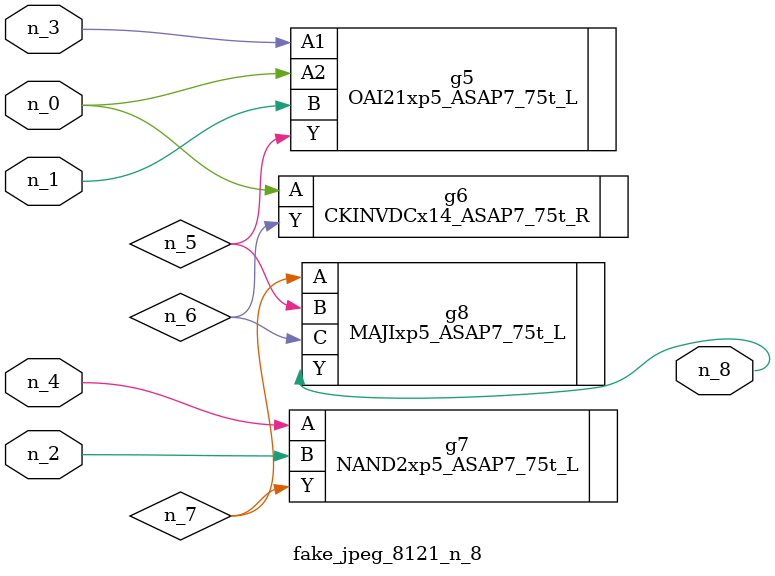
<source format=v>
module fake_jpeg_8121_n_8 (n_3, n_2, n_1, n_0, n_4, n_8);

input n_3;
input n_2;
input n_1;
input n_0;
input n_4;

output n_8;

wire n_6;
wire n_5;
wire n_7;

OAI21xp5_ASAP7_75t_L g5 ( 
.A1(n_3),
.A2(n_0),
.B(n_1),
.Y(n_5)
);

CKINVDCx14_ASAP7_75t_R g6 ( 
.A(n_0),
.Y(n_6)
);

NAND2xp5_ASAP7_75t_L g7 ( 
.A(n_4),
.B(n_2),
.Y(n_7)
);

MAJIxp5_ASAP7_75t_L g8 ( 
.A(n_7),
.B(n_5),
.C(n_6),
.Y(n_8)
);


endmodule
</source>
